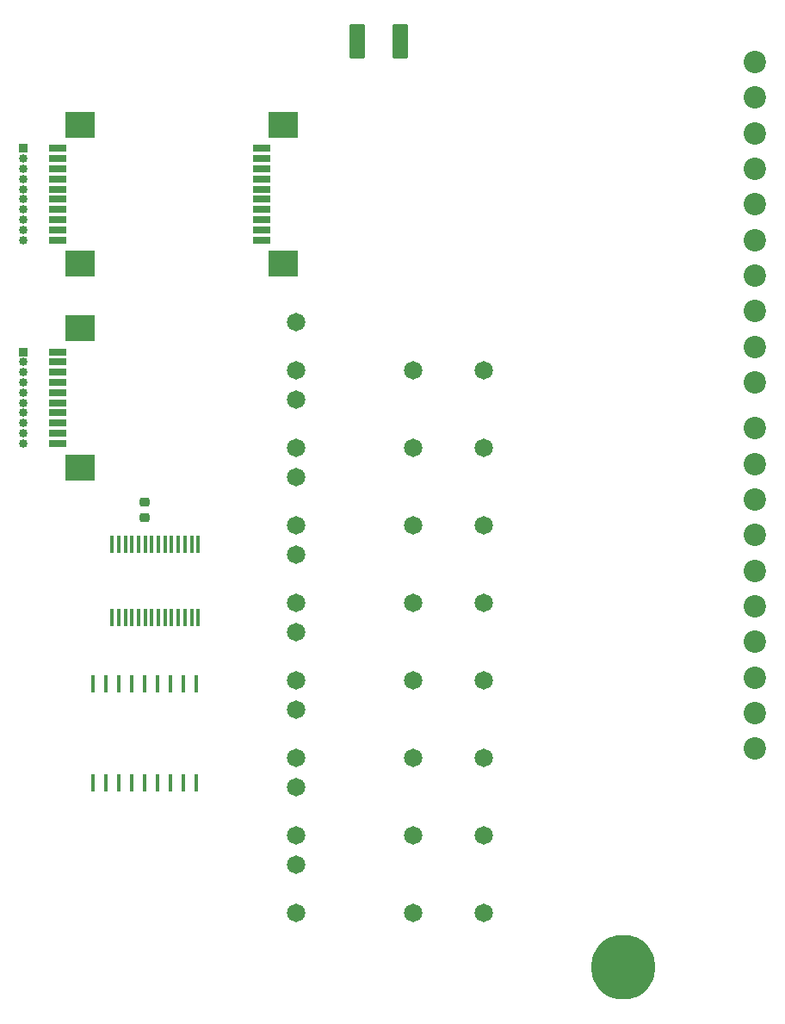
<source format=gbr>
%TF.GenerationSoftware,KiCad,Pcbnew,8.0.7-8.0.7-0~ubuntu24.04.1*%
%TF.CreationDate,2025-02-06T10:53:55+03:00*%
%TF.ProjectId,PM-RQ8,504d2d52-5138-42e6-9b69-6361645f7063,rev?*%
%TF.SameCoordinates,Original*%
%TF.FileFunction,Soldermask,Top*%
%TF.FilePolarity,Negative*%
%FSLAX46Y46*%
G04 Gerber Fmt 4.6, Leading zero omitted, Abs format (unit mm)*
G04 Created by KiCad (PCBNEW 8.0.7-8.0.7-0~ubuntu24.04.1) date 2025-02-06 10:53:55*
%MOMM*%
%LPD*%
G01*
G04 APERTURE LIST*
G04 Aperture macros list*
%AMRoundRect*
0 Rectangle with rounded corners*
0 $1 Rounding radius*
0 $2 $3 $4 $5 $6 $7 $8 $9 X,Y pos of 4 corners*
0 Add a 4 corners polygon primitive as box body*
4,1,4,$2,$3,$4,$5,$6,$7,$8,$9,$2,$3,0*
0 Add four circle primitives for the rounded corners*
1,1,$1+$1,$2,$3*
1,1,$1+$1,$4,$5*
1,1,$1+$1,$6,$7*
1,1,$1+$1,$8,$9*
0 Add four rect primitives between the rounded corners*
20,1,$1+$1,$2,$3,$4,$5,0*
20,1,$1+$1,$4,$5,$6,$7,0*
20,1,$1+$1,$6,$7,$8,$9,0*
20,1,$1+$1,$8,$9,$2,$3,0*%
G04 Aperture macros list end*
%ADD10R,0.850000X0.850000*%
%ADD11O,0.850000X0.850000*%
%ADD12R,1.803400X0.635000*%
%ADD13R,2.997200X2.590800*%
%ADD14C,1.812000*%
%ADD15R,0.450800X1.716000*%
%ADD16C,2.200000*%
%ADD17RoundRect,0.225000X0.250000X-0.225000X0.250000X0.225000X-0.250000X0.225000X-0.250000X-0.225000X0*%
%ADD18O,6.350000X6.350000*%
%ADD19R,0.431800X1.655601*%
%ADD20RoundRect,0.250000X0.537500X1.450000X-0.537500X1.450000X-0.537500X-1.450000X0.537500X-1.450000X0*%
G04 APERTURE END LIST*
D10*
%TO.C,J20*%
X-37000000Y14500000D03*
D11*
X-37000000Y13500000D03*
X-37000000Y12500000D03*
X-37000000Y11500000D03*
X-37000000Y10500000D03*
X-37000000Y9500000D03*
X-37000000Y8500000D03*
X-37000000Y7500000D03*
X-37000000Y6500000D03*
X-37000000Y5500000D03*
%TD*%
D12*
%TO.C,J18*%
X-33556000Y5500009D03*
X-33556000Y6500007D03*
X-33556000Y7500005D03*
X-33556000Y8500003D03*
X-33556000Y9500001D03*
X-33556000Y10499999D03*
X-33556000Y11499997D03*
X-33556000Y12499995D03*
X-33556000Y13499993D03*
X-33556000Y14499991D03*
D13*
X-31385999Y3149998D03*
X-31385999Y16850002D03*
%TD*%
D12*
%TO.C,J6*%
X-13556000Y25500009D03*
X-13556000Y26500007D03*
X-13556000Y27500005D03*
X-13556000Y28500003D03*
X-13556000Y29500001D03*
X-13556000Y30499999D03*
X-13556000Y31499997D03*
X-13556000Y32499995D03*
X-13556000Y33499993D03*
X-13556000Y34499991D03*
D13*
X-11385999Y23149998D03*
X-11385999Y36850002D03*
%TD*%
D14*
%TO.C,K4*%
X-10160000Y-10160000D03*
X1340000Y-10160000D03*
X8340000Y-10160000D03*
X-10160000Y-5460000D03*
%TD*%
D15*
%TO.C,U2*%
X-19920000Y-18149202D03*
X-21190000Y-18149202D03*
X-22460000Y-18149202D03*
X-23730000Y-18149202D03*
X-25000000Y-18149202D03*
X-26270000Y-18149202D03*
X-27540000Y-18149202D03*
X-28810000Y-18149202D03*
X-30080000Y-18149202D03*
X-30080000Y-27850798D03*
X-28810000Y-27850798D03*
X-27540000Y-27850798D03*
X-26270000Y-27850798D03*
X-25000000Y-27850798D03*
X-23730000Y-27850798D03*
X-22460000Y-27850798D03*
X-21190000Y-27850798D03*
X-19920000Y-27850798D03*
%TD*%
D14*
%TO.C,K5*%
X-10160000Y-17780000D03*
X1340000Y-17780000D03*
X8340000Y-17780000D03*
X-10160000Y-13080000D03*
%TD*%
D10*
%TO.C,J1*%
X-37000000Y34500000D03*
D11*
X-37000000Y33500000D03*
X-37000000Y32500000D03*
X-37000000Y31500000D03*
X-37000000Y30500000D03*
X-37000000Y29500000D03*
X-37000000Y28500000D03*
X-37000000Y27500000D03*
X-37000000Y26500000D03*
X-37000000Y25500000D03*
%TD*%
D14*
%TO.C,K6*%
X-10160000Y-25400000D03*
X1340000Y-25400000D03*
X8340000Y-25400000D03*
X-10160000Y-20700000D03*
%TD*%
%TO.C,K8*%
X-10160000Y-40640000D03*
X1340000Y-40640000D03*
X8340000Y-40640000D03*
X-10160000Y-35940000D03*
%TD*%
%TO.C,K1*%
X-10160000Y12700000D03*
X1340000Y12700000D03*
X8340000Y12700000D03*
X-10160000Y17400000D03*
%TD*%
D16*
%TO.C,J8*%
X35000000Y-24500000D03*
X35000000Y-21000000D03*
X35000000Y-17500000D03*
X35000000Y-14000000D03*
X35000000Y-10500000D03*
X35000000Y-7000000D03*
X35000000Y-3500000D03*
X35000000Y0D03*
X35000000Y3500000D03*
X35000000Y7000000D03*
%TD*%
D14*
%TO.C,K7*%
X-10160000Y-33020000D03*
X1340000Y-33020000D03*
X8340000Y-33020000D03*
X-10160000Y-28320000D03*
%TD*%
D17*
%TO.C,C2*%
X-25000000Y-1775000D03*
X-25000000Y-225000D03*
%TD*%
D18*
%TO.C,PE1*%
X22000000Y-46000000D03*
%TD*%
D14*
%TO.C,K3*%
X-10160000Y-2540000D03*
X1340000Y-2540000D03*
X8340000Y-2540000D03*
X-10160000Y2160000D03*
%TD*%
D19*
%TO.C,U1*%
X-19775000Y-4372199D03*
X-20425001Y-4372199D03*
X-21075000Y-4372199D03*
X-21725001Y-4372199D03*
X-22374999Y-4372199D03*
X-23025001Y-4372199D03*
X-23674999Y-4372199D03*
X-24324998Y-4372199D03*
X-24974999Y-4372199D03*
X-25624998Y-4372199D03*
X-26274999Y-4372199D03*
X-26924998Y-4372199D03*
X-27574999Y-4372199D03*
X-28224998Y-4372199D03*
X-28225000Y-11627801D03*
X-27574999Y-11627801D03*
X-26925000Y-11627801D03*
X-26274999Y-11627801D03*
X-25625001Y-11627801D03*
X-24974999Y-11627801D03*
X-24325001Y-11627801D03*
X-23674999Y-11627801D03*
X-23025001Y-11627801D03*
X-22374999Y-11627801D03*
X-21725001Y-11627801D03*
X-21075000Y-11627801D03*
X-20425001Y-11627801D03*
X-19775000Y-11627801D03*
%TD*%
D14*
%TO.C,K2*%
X-10160000Y5080000D03*
X1340000Y5080000D03*
X8340000Y5080000D03*
X-10160000Y9780000D03*
%TD*%
D20*
%TO.C,C1*%
X137500Y45000000D03*
X-4137500Y45000000D03*
%TD*%
D16*
%TO.C,J7*%
X35000000Y11500000D03*
X35000000Y15000000D03*
X35000000Y18500000D03*
X35000000Y22000000D03*
X35000000Y25500000D03*
X35000000Y29000000D03*
X35000000Y32500000D03*
X35000000Y36000000D03*
X35000000Y39500000D03*
X35000000Y43000000D03*
%TD*%
D12*
%TO.C,J3*%
X-33556000Y25500009D03*
X-33556000Y26500007D03*
X-33556000Y27500005D03*
X-33556000Y28500003D03*
X-33556000Y29500001D03*
X-33556000Y30499999D03*
X-33556000Y31499997D03*
X-33556000Y32499995D03*
X-33556000Y33499993D03*
X-33556000Y34499991D03*
D13*
X-31385999Y23149998D03*
X-31385999Y36850002D03*
%TD*%
M02*

</source>
